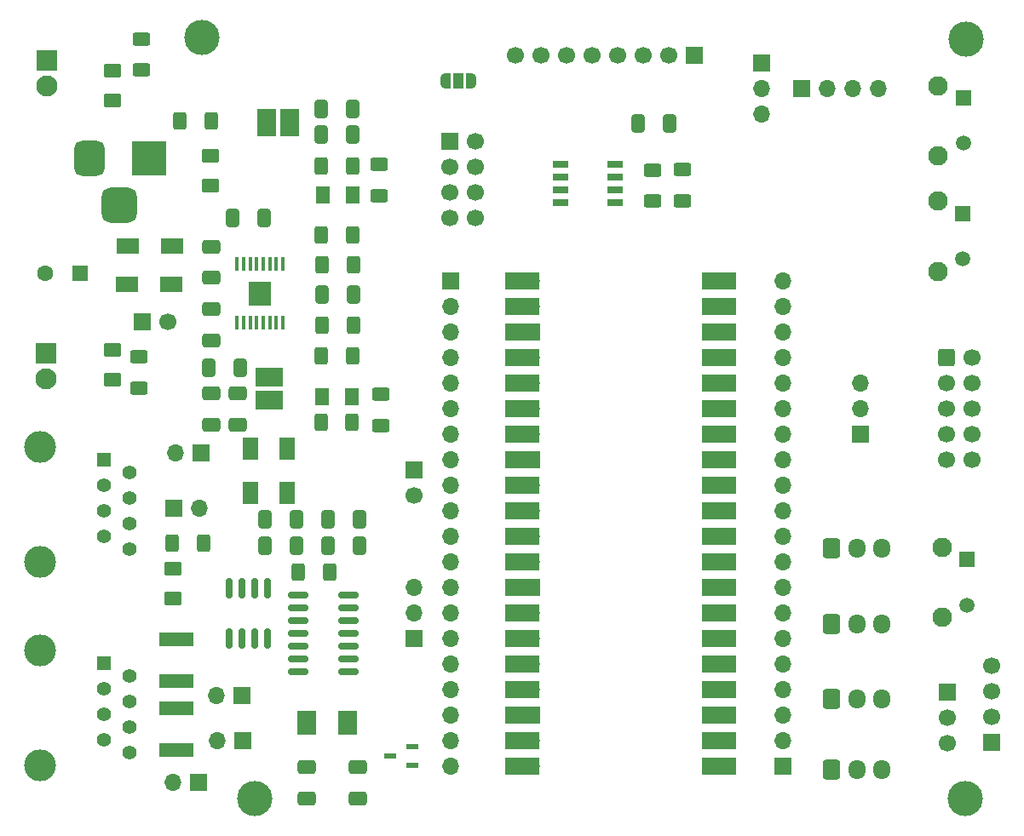
<source format=gts>
%TF.GenerationSoftware,KiCad,Pcbnew,9.0.6*%
%TF.CreationDate,2025-12-08T20:00:33-05:00*%
%TF.ProjectId,LCC-Pico-Node_v2_6,4c43432d-5069-4636-9f2d-4e6f64655f76,rev?*%
%TF.SameCoordinates,Original*%
%TF.FileFunction,Soldermask,Top*%
%TF.FilePolarity,Negative*%
%FSLAX46Y46*%
G04 Gerber Fmt 4.6, Leading zero omitted, Abs format (unit mm)*
G04 Created by KiCad (PCBNEW 9.0.6) date 2025-12-08 20:00:33*
%MOMM*%
%LPD*%
G01*
G04 APERTURE LIST*
G04 Aperture macros list*
%AMRoundRect*
0 Rectangle with rounded corners*
0 $1 Rounding radius*
0 $2 $3 $4 $5 $6 $7 $8 $9 X,Y pos of 4 corners*
0 Add a 4 corners polygon primitive as box body*
4,1,4,$2,$3,$4,$5,$6,$7,$8,$9,$2,$3,0*
0 Add four circle primitives for the rounded corners*
1,1,$1+$1,$2,$3*
1,1,$1+$1,$4,$5*
1,1,$1+$1,$6,$7*
1,1,$1+$1,$8,$9*
0 Add four rect primitives between the rounded corners*
20,1,$1+$1,$2,$3,$4,$5,0*
20,1,$1+$1,$4,$5,$6,$7,0*
20,1,$1+$1,$6,$7,$8,$9,0*
20,1,$1+$1,$8,$9,$2,$3,0*%
%AMFreePoly0*
4,1,23,0.000000,0.745722,0.065263,0.745722,0.191342,0.711940,0.304381,0.646677,0.396677,0.554381,0.461940,0.441342,0.495722,0.315263,0.495722,0.250000,0.500000,0.250000,0.500000,-0.250000,0.495722,-0.250000,0.495722,-0.315263,0.461940,-0.441342,0.396677,-0.554381,0.304381,-0.646677,0.191342,-0.711940,0.065263,-0.745722,0.000000,-0.745722,0.000000,-0.750000,-0.550000,-0.750000,
-0.550000,0.750000,0.000000,0.750000,0.000000,0.745722,0.000000,0.745722,$1*%
%AMFreePoly1*
4,1,23,0.550000,-0.750000,0.000000,-0.750000,0.000000,-0.745722,-0.065263,-0.745722,-0.191342,-0.711940,-0.304381,-0.646677,-0.396677,-0.554381,-0.461940,-0.441342,-0.495722,-0.315263,-0.495722,-0.250000,-0.500000,-0.250000,-0.500000,0.250000,-0.495722,0.250000,-0.495722,0.315263,-0.461940,0.441342,-0.396677,0.554381,-0.304381,0.646677,-0.191342,0.711940,-0.065263,0.745722,0.000000,0.745722,
0.000000,0.750000,0.550000,0.750000,0.550000,-0.750000,0.550000,-0.750000,$1*%
G04 Aperture macros list end*
%ADD10FreePoly0,180.000000*%
%ADD11R,1.000000X1.500000*%
%ADD12FreePoly1,180.000000*%
%ADD13RoundRect,0.250000X-0.600000X-0.725000X0.600000X-0.725000X0.600000X0.725000X-0.600000X0.725000X0*%
%ADD14O,1.700000X1.950000*%
%ADD15RoundRect,0.150000X-0.825000X-0.150000X0.825000X-0.150000X0.825000X0.150000X-0.825000X0.150000X0*%
%ADD16R,1.700000X1.700000*%
%ADD17C,1.700000*%
%ADD18RoundRect,0.150000X0.150000X-0.825000X0.150000X0.825000X-0.150000X0.825000X-0.150000X-0.825000X0*%
%ADD19C,3.170000*%
%ADD20R,1.400000X1.400000*%
%ADD21C,1.400000*%
%ADD22RoundRect,0.250000X0.400000X0.625000X-0.400000X0.625000X-0.400000X-0.625000X0.400000X-0.625000X0*%
%ADD23O,1.700000X1.700000*%
%ADD24R,1.150000X0.600000*%
%ADD25RoundRect,0.250001X0.624999X-0.462499X0.624999X0.462499X-0.624999X0.462499X-0.624999X-0.462499X0*%
%ADD26RoundRect,0.250000X-0.625000X0.400000X-0.625000X-0.400000X0.625000X-0.400000X0.625000X0.400000X0*%
%ADD27RoundRect,0.250000X-0.400000X-0.625000X0.400000X-0.625000X0.400000X0.625000X-0.400000X0.625000X0*%
%ADD28R,3.500000X1.700000*%
%ADD29R,3.430000X1.320000*%
%ADD30RoundRect,0.250000X-0.412500X-0.650000X0.412500X-0.650000X0.412500X0.650000X-0.412500X0.650000X0*%
%ADD31R,1.600000X1.600000*%
%ADD32C,1.600000*%
%ADD33RoundRect,0.250000X0.625000X-0.400000X0.625000X0.400000X-0.625000X0.400000X-0.625000X-0.400000X0*%
%ADD34R,1.500000X1.500000*%
%ADD35C,1.500000*%
%ADD36C,1.950000*%
%ADD37RoundRect,0.250001X-0.462499X-0.624999X0.462499X-0.624999X0.462499X0.624999X-0.462499X0.624999X0*%
%ADD38R,2.800000X1.850000*%
%ADD39C,3.500000*%
%ADD40RoundRect,0.250000X0.412500X0.650000X-0.412500X0.650000X-0.412500X-0.650000X0.412500X-0.650000X0*%
%ADD41R,2.100000X2.100000*%
%ADD42C,2.100000*%
%ADD43R,1.500000X0.700000*%
%ADD44RoundRect,0.250000X0.650000X-0.412500X0.650000X0.412500X-0.650000X0.412500X-0.650000X-0.412500X0*%
%ADD45RoundRect,0.250001X-0.624999X0.462499X-0.624999X-0.462499X0.624999X-0.462499X0.624999X0.462499X0*%
%ADD46R,1.900000X2.400000*%
%ADD47RoundRect,0.250000X-0.650000X0.412500X-0.650000X-0.412500X0.650000X-0.412500X0.650000X0.412500X0*%
%ADD48R,1.850000X2.800000*%
%ADD49R,2.300000X1.600000*%
%ADD50R,0.450000X1.475000*%
%ADD51R,2.310000X2.460000*%
%ADD52R,1.600000X2.300000*%
%ADD53R,3.500000X3.500000*%
%ADD54RoundRect,0.750000X-0.750000X-1.000000X0.750000X-1.000000X0.750000X1.000000X-0.750000X1.000000X0*%
%ADD55RoundRect,0.875000X-0.875000X-0.875000X0.875000X-0.875000X0.875000X0.875000X-0.875000X0.875000X0*%
%ADD56RoundRect,0.250000X-0.600000X-0.600000X0.600000X-0.600000X0.600000X0.600000X-0.600000X0.600000X0*%
G04 APERTURE END LIST*
D10*
X144600000Y-57000000D03*
D11*
X145900000Y-57000000D03*
D12*
X147200000Y-57000000D03*
D13*
X183000000Y-103525000D03*
D14*
X185500000Y-103525000D03*
X188000000Y-103525000D03*
D13*
X183000000Y-111025000D03*
D14*
X185500000Y-111025000D03*
X188000000Y-111025000D03*
D13*
X183000000Y-118500000D03*
D14*
X185500000Y-118500000D03*
X188000000Y-118500000D03*
D13*
X183000000Y-125500000D03*
D14*
X185500000Y-125500000D03*
X188000000Y-125500000D03*
D15*
X134975000Y-108190000D03*
X134975000Y-109460000D03*
X134975000Y-110730000D03*
X134975000Y-112000000D03*
X134975000Y-113270000D03*
X134975000Y-114540000D03*
X134975000Y-115810000D03*
X130025000Y-115810000D03*
X130025000Y-114540000D03*
X130025000Y-113270000D03*
X130025000Y-112000000D03*
X130025000Y-110730000D03*
X130025000Y-109460000D03*
X130025000Y-108190000D03*
D16*
X114500000Y-81000000D03*
D17*
X117040000Y-81000000D03*
D16*
X141500000Y-95725000D03*
D17*
X141500000Y-98265000D03*
D16*
X145035000Y-63025000D03*
D17*
X147575000Y-63025000D03*
X145035000Y-65565000D03*
X147575000Y-65565000D03*
X145035000Y-68105000D03*
X147575000Y-68105000D03*
X145035000Y-70645000D03*
X147575000Y-70645000D03*
D16*
X169395000Y-54465000D03*
D17*
X166855000Y-54465000D03*
X164315000Y-54465000D03*
X161775000Y-54465000D03*
X159235000Y-54465000D03*
X156695000Y-54465000D03*
X154155000Y-54465000D03*
X151615000Y-54465000D03*
D18*
X123095000Y-112475000D03*
X124365000Y-112475000D03*
X125635000Y-112475000D03*
X126905000Y-112475000D03*
X126905000Y-107525000D03*
X125635000Y-107525000D03*
X124365000Y-107525000D03*
X123095000Y-107525000D03*
D19*
X104360000Y-113640000D03*
X104360000Y-125070000D03*
D20*
X110710000Y-114910000D03*
D21*
X113250000Y-116180000D03*
X110710000Y-117450000D03*
X113250000Y-118720000D03*
X110710000Y-119990000D03*
X113250000Y-121260000D03*
X110710000Y-122530000D03*
X113250000Y-123800000D03*
D22*
X135370000Y-84402000D03*
X132270000Y-84402000D03*
D19*
X104360000Y-93440000D03*
X104360000Y-104870000D03*
D20*
X110710000Y-94710000D03*
D21*
X113250000Y-95980000D03*
X110710000Y-97250000D03*
X113250000Y-98520000D03*
X110710000Y-99790000D03*
X113250000Y-101060000D03*
X110710000Y-102330000D03*
X113250000Y-103600000D03*
D16*
X124450000Y-122660000D03*
D23*
X121910000Y-122660000D03*
D24*
X141360000Y-125130000D03*
X141360000Y-123210000D03*
X139160000Y-124170000D03*
D25*
X121300000Y-67487500D03*
X121300000Y-64512500D03*
D26*
X114190000Y-84500000D03*
X114190000Y-87600000D03*
D27*
X132350000Y-75307000D03*
X135450000Y-75307000D03*
D22*
X120550000Y-103000000D03*
X117450000Y-103000000D03*
D26*
X114400000Y-52850000D03*
X114400000Y-55950000D03*
D27*
X118230000Y-61010000D03*
X121330000Y-61010000D03*
D16*
X145107145Y-76945399D03*
D23*
X145107145Y-79485399D03*
X145107145Y-82025399D03*
X145107145Y-84565399D03*
X145107145Y-87105399D03*
X145107145Y-89645399D03*
X145107145Y-92185399D03*
X145107145Y-94725399D03*
X145107145Y-97265399D03*
X145107145Y-99805399D03*
X145107145Y-102345399D03*
X145107145Y-104885399D03*
X145107145Y-107425399D03*
X145107145Y-109965399D03*
X145107145Y-112505399D03*
X145107145Y-115045399D03*
X145107145Y-117585399D03*
X145107145Y-120125399D03*
X145107145Y-122665399D03*
X145107145Y-125205399D03*
D16*
X176020000Y-55295000D03*
D23*
X176020000Y-57835000D03*
X176020000Y-60375000D03*
D22*
X135407500Y-72329500D03*
X132307500Y-72329500D03*
D16*
X180000000Y-57775000D03*
D23*
X182540000Y-57775000D03*
X185080000Y-57775000D03*
X187620000Y-57775000D03*
X170939200Y-125220800D03*
D28*
X171839200Y-125220800D03*
D23*
X170939200Y-122680800D03*
D28*
X171839200Y-122680800D03*
D16*
X170939200Y-120140800D03*
D28*
X171839200Y-120140800D03*
D23*
X170939200Y-117600800D03*
D28*
X171839200Y-117600800D03*
D23*
X170939200Y-115060800D03*
D28*
X171839200Y-115060800D03*
D23*
X170939200Y-112520800D03*
D28*
X171839200Y-112520800D03*
D23*
X170939200Y-109980800D03*
D28*
X171839200Y-109980800D03*
D16*
X170939200Y-107440800D03*
D28*
X171839200Y-107440800D03*
D23*
X170939200Y-104900800D03*
D28*
X171839200Y-104900800D03*
D23*
X170939200Y-102360800D03*
D28*
X171839200Y-102360800D03*
D23*
X170939200Y-99820800D03*
D28*
X171839200Y-99820800D03*
D23*
X170939200Y-97280800D03*
D28*
X171839200Y-97280800D03*
D16*
X170939200Y-94740800D03*
D28*
X171839200Y-94740800D03*
D23*
X170939200Y-92200800D03*
D28*
X171839200Y-92200800D03*
D23*
X170939200Y-89660800D03*
D28*
X171839200Y-89660800D03*
D23*
X170939200Y-87120800D03*
D28*
X171839200Y-87120800D03*
D23*
X170939200Y-84580800D03*
D28*
X171839200Y-84580800D03*
D16*
X170939200Y-82040800D03*
D28*
X171839200Y-82040800D03*
D23*
X170939200Y-79500800D03*
D28*
X171839200Y-79500800D03*
D23*
X170939200Y-76960800D03*
D28*
X171839200Y-76960800D03*
D23*
X153159200Y-76960800D03*
D28*
X152259200Y-76960800D03*
D23*
X153159200Y-79500800D03*
D28*
X152259200Y-79500800D03*
D16*
X153159200Y-82040800D03*
D28*
X152259200Y-82040800D03*
D23*
X153159200Y-84580800D03*
D28*
X152259200Y-84580800D03*
D23*
X153159200Y-87120800D03*
D28*
X152259200Y-87120800D03*
D23*
X153159200Y-89660800D03*
D28*
X152259200Y-89660800D03*
D23*
X153159200Y-92200800D03*
D28*
X152259200Y-92200800D03*
D16*
X153159200Y-94740800D03*
D28*
X152259200Y-94740800D03*
D23*
X153159200Y-97280800D03*
D28*
X152259200Y-97280800D03*
D23*
X153159200Y-99820800D03*
D28*
X152259200Y-99820800D03*
D23*
X153159200Y-102360800D03*
D28*
X152259200Y-102360800D03*
D23*
X153159200Y-104900800D03*
D28*
X152259200Y-104900800D03*
D16*
X153159200Y-107440800D03*
D28*
X152259200Y-107440800D03*
D23*
X153159200Y-109980800D03*
D28*
X152259200Y-109980800D03*
D23*
X153159200Y-112520800D03*
D28*
X152259200Y-112520800D03*
D23*
X153159200Y-115060800D03*
D28*
X152259200Y-115060800D03*
D23*
X153159200Y-117600800D03*
D28*
X152259200Y-117600800D03*
D16*
X153159200Y-120140800D03*
D28*
X152259200Y-120140800D03*
D23*
X153159200Y-122680800D03*
D28*
X152259200Y-122680800D03*
D23*
X153159200Y-125220800D03*
D28*
X152259200Y-125220800D03*
D29*
X117850000Y-116700000D03*
X117850000Y-112580000D03*
D30*
X132977500Y-103250000D03*
X136102500Y-103250000D03*
D27*
X132350000Y-81307000D03*
X135450000Y-81307000D03*
D16*
X117660000Y-99500000D03*
D23*
X120200000Y-99500000D03*
D30*
X132240000Y-59792500D03*
X135365000Y-59792500D03*
D31*
X108300000Y-76200000D03*
D32*
X104800000Y-76200000D03*
D16*
X194500000Y-117800000D03*
D17*
X194500000Y-120340000D03*
X194500000Y-122880000D03*
D27*
X129990000Y-105850000D03*
X133090000Y-105850000D03*
D33*
X138200000Y-91300000D03*
X138200000Y-88200000D03*
D34*
X196050000Y-70250000D03*
D35*
X196050000Y-74750000D03*
D36*
X193550000Y-69000000D03*
X193550000Y-76000000D03*
D37*
X132312500Y-88450000D03*
X135287500Y-88450000D03*
D33*
X138000000Y-68430000D03*
X138000000Y-65330000D03*
D38*
X127128500Y-88787000D03*
X127128500Y-86487000D03*
D39*
X120400000Y-52700000D03*
D40*
X124212500Y-85562000D03*
X121087500Y-85562000D03*
D34*
X196475000Y-104650000D03*
D35*
X196475000Y-109150000D03*
D36*
X193975000Y-103400000D03*
X193975000Y-110400000D03*
D27*
X132300000Y-65480000D03*
X135400000Y-65480000D03*
D40*
X129802500Y-103250000D03*
X126677500Y-103250000D03*
D30*
X123437500Y-70700000D03*
X126562500Y-70700000D03*
D41*
X104985000Y-55015000D03*
D42*
X104985000Y-57555000D03*
D22*
X135350000Y-90950000D03*
X132250000Y-90950000D03*
D43*
X156055000Y-65295000D03*
X156055000Y-66565000D03*
X156055000Y-67835000D03*
X156055000Y-69105000D03*
X161505000Y-69105000D03*
X161505000Y-67835000D03*
X161505000Y-66565000D03*
X161505000Y-65295000D03*
D44*
X121320000Y-76624500D03*
X121320000Y-73499500D03*
D39*
X196350000Y-52850000D03*
D30*
X132367500Y-78307000D03*
X135492500Y-78307000D03*
D45*
X111500000Y-83795000D03*
X111500000Y-86770000D03*
D46*
X130790000Y-120850000D03*
X134890000Y-120850000D03*
D47*
X130840000Y-125287500D03*
X130840000Y-128412500D03*
D40*
X136102500Y-100650000D03*
X132977500Y-100650000D03*
D48*
X126852500Y-61207500D03*
X129152500Y-61207500D03*
D47*
X123993500Y-88074500D03*
X123993500Y-91199500D03*
D41*
X104900000Y-84160000D03*
D42*
X104900000Y-86700000D03*
D16*
X120300000Y-94000000D03*
D23*
X117760000Y-94000000D03*
D16*
X178152800Y-125170000D03*
D23*
X178152800Y-122630000D03*
X178152800Y-120090000D03*
X178152800Y-117550000D03*
X178152800Y-115010000D03*
X178152800Y-112470000D03*
X178152800Y-109930000D03*
X178152800Y-107390000D03*
X178152800Y-104850000D03*
X178152800Y-102310000D03*
X178152800Y-99770000D03*
X178152800Y-97230000D03*
X178152800Y-94690000D03*
X178152800Y-92150000D03*
X178152800Y-89610000D03*
X178152800Y-87070000D03*
X178152800Y-84530000D03*
X178152800Y-81990000D03*
X178152800Y-79450000D03*
X178152800Y-76910000D03*
D25*
X117500000Y-108487500D03*
X117500000Y-105512500D03*
D30*
X163737500Y-61300000D03*
X166862500Y-61300000D03*
D16*
X185900000Y-92150000D03*
D23*
X185900000Y-89610000D03*
X185900000Y-87070000D03*
D47*
X121320000Y-79699500D03*
X121320000Y-82824500D03*
D49*
X113037000Y-73450000D03*
X117437000Y-73450000D03*
D50*
X123900000Y-81100000D03*
X124550000Y-81100000D03*
X125200000Y-81100000D03*
X125850000Y-81100000D03*
X126500000Y-81100000D03*
X127150000Y-81100000D03*
X127800000Y-81100000D03*
X128450000Y-81100000D03*
X128450000Y-75224000D03*
X127800000Y-75224000D03*
X127150000Y-75224000D03*
X126500000Y-75224000D03*
X125850000Y-75224000D03*
X125200000Y-75224000D03*
X124550000Y-75224000D03*
X123900000Y-75224000D03*
D51*
X126175000Y-78162000D03*
D47*
X121328500Y-88074500D03*
X121328500Y-91199500D03*
D16*
X141502050Y-112516000D03*
D23*
X141502050Y-109976000D03*
X141502050Y-107436000D03*
D39*
X196300000Y-128400000D03*
D52*
X128850000Y-93600000D03*
X128850000Y-98000000D03*
D49*
X113000000Y-77300000D03*
X117400000Y-77300000D03*
D40*
X129802500Y-100650000D03*
X126677500Y-100650000D03*
D53*
X115200000Y-64700000D03*
D54*
X109200000Y-64700000D03*
D55*
X112200000Y-69400000D03*
D30*
X132240000Y-62407500D03*
X135365000Y-62407500D03*
D29*
X117840000Y-119450000D03*
X117840000Y-123570000D03*
D37*
X132425000Y-68380000D03*
X135400000Y-68380000D03*
D56*
X194385000Y-84590000D03*
D17*
X196925000Y-84590000D03*
X194385000Y-87130000D03*
X196925000Y-87130000D03*
X194385000Y-89670000D03*
X196925000Y-89670000D03*
X194385000Y-92210000D03*
X196925000Y-92210000D03*
X194385000Y-94750000D03*
X196925000Y-94750000D03*
D34*
X196075000Y-58750000D03*
D35*
X196075000Y-63250000D03*
D36*
X193575000Y-57500000D03*
X193575000Y-64500000D03*
D39*
X125650000Y-128400000D03*
D47*
X135940000Y-125287500D03*
X135940000Y-128412500D03*
D16*
X198897028Y-122822285D03*
D17*
X198897028Y-120282285D03*
X198897028Y-117742285D03*
X198897028Y-115202285D03*
D25*
X111485000Y-58972500D03*
X111485000Y-55997500D03*
D33*
X168205000Y-68965000D03*
X168205000Y-65865000D03*
D16*
X120100000Y-126800000D03*
D23*
X117560000Y-126800000D03*
D52*
X125250000Y-93600000D03*
X125250000Y-98000000D03*
D33*
X165230000Y-69000000D03*
X165230000Y-65900000D03*
D16*
X124410000Y-118150000D03*
D23*
X121870000Y-118150000D03*
M02*

</source>
